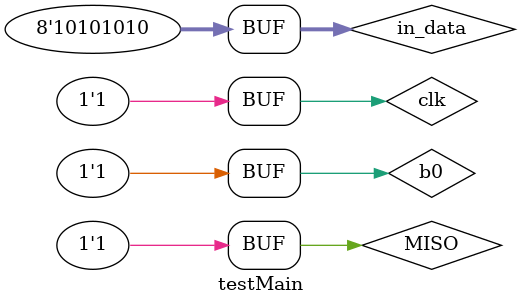
<source format=v>
`timescale 1ns / 1ps

module testMain;

  // Inputs
  reg b0;
  reg [7:0] in_data;
  reg clk;
  reg MISO;

  // Outputs
  wire [7:0] RM;
  wire CS;
  wire clkSeq;
  wire MOSI;

  // Instantiate the Unit Under Test (UUT)
  main uut (
         .b0(b0),
         .in_data(in_data),
         .clk(clk),
         .MISO(MISO),
         .RM(RM),
         .CS(CS),
         .clkSeq(clkSeq),
         .MOSI(MOSI)
       );

  initial
  begin
    in_data=8'b10101010;
    MISO = 1;
    //b0=1;
    #100;
    b0=0;
    #100;
    b0=1;
    //#100020;
    #100000;
    b0=0;
    #100;
    b0=1;
  end

  always
  begin
    #20;
    clk = 0;
    #20;
    clk = 1;
  end

endmodule


</source>
